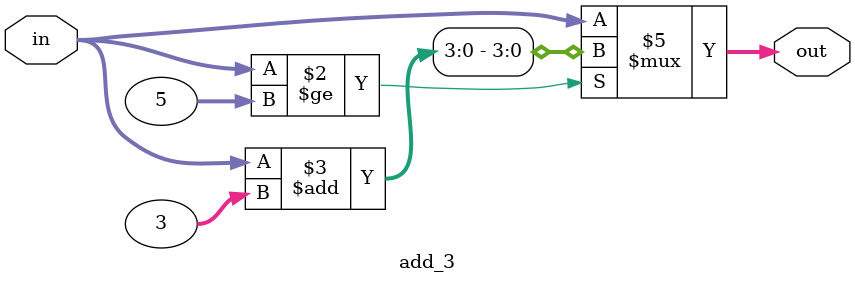
<source format=v>
`timescale 1ns / 1ps


module add_3 (

    input [3:0] in,
    output reg [3:0] out
    
);


    always @ (in) begin
    
        if (in >= 5)
            out = in + 3;
        else
            out = in;
            
    end
    
    
endmodule

</source>
